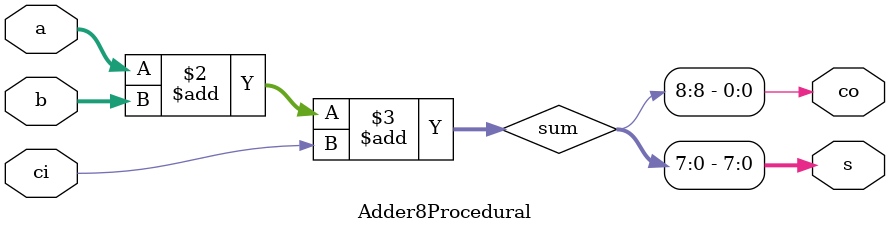
<source format=v>

module Adder8Procedural(
	input      [7:0] a,  // Operand A
	input      [7:0] b,  // Operand B
	input            ci, // Carry-In
	output reg [7:0] s,  // Sum
	output reg       co  // Carry-Out
);

	// Declare any internal regs you want to use here.
	// For this module, do not use wires.
	reg [8:0] sum;
	// Write your code here. Use the always @( * ) block
	// to create combinational logic. Also,
	// use the addition (+) operator to make your code shorter.

	always @( * ) begin
		// Combinational Logic Here
		sum = a + b + ci;
		s = sum[7:0];
		co = sum[8];
	end

endmodule

</source>
